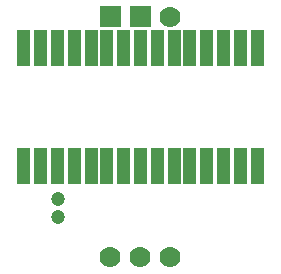
<source format=gts>
G04 Layer: TopSolderMaskLayer*
G04 EasyEDA v6.3.53, 2020-07-19T22:27:28+02:00*
G04 3120cfb910ab4567be944433c0d318a6,a54f91b67bf74260adec70c9c35cfc8e,10*
G04 Gerber Generator version 0.2*
G04 Scale: 100 percent, Rotated: No, Reflected: No *
G04 Dimensions in millimeters *
G04 leading zeros omitted , absolute positions ,3 integer and 3 decimal *
%FSLAX33Y33*%
%MOMM*%
G90*
G71D02*

%ADD26C,1.778000*%
%ADD28C,1.203198*%

%LPD*%
G36*
G01X6920Y20701D02*
G01X6920Y22479D01*
G01X8698Y22479D01*
G01X8698Y20701D01*
G01X6920Y20701D01*
G37*
G36*
G01X9460Y20701D02*
G01X9460Y22479D01*
G01X11238Y22479D01*
G01X11238Y20701D01*
G01X9460Y20701D01*
G37*
G54D26*
G01X12889Y21589D03*
G01X7809Y1269D03*
G01X10349Y1269D03*
G01X12889Y1269D03*
G36*
G01X13918Y7467D02*
G01X13918Y10472D01*
G01X15021Y10472D01*
G01X15021Y7467D01*
G01X13918Y7467D01*
G37*
G36*
G01X15358Y7467D02*
G01X15358Y10472D01*
G01X16461Y10472D01*
G01X16461Y7467D01*
G01X15358Y7467D01*
G37*
G36*
G01X16799Y7467D02*
G01X16799Y10472D01*
G01X17901Y10472D01*
G01X17901Y7467D01*
G01X16799Y7467D01*
G37*
G36*
G01X18239Y7467D02*
G01X18239Y10472D01*
G01X19341Y10472D01*
G01X19341Y7467D01*
G01X18239Y7467D01*
G37*
G36*
G01X19679Y7467D02*
G01X19679Y10472D01*
G01X20781Y10472D01*
G01X20781Y7467D01*
G01X19679Y7467D01*
G37*
G36*
G01X19679Y17467D02*
G01X19679Y20472D01*
G01X20781Y20472D01*
G01X20781Y17467D01*
G01X19679Y17467D01*
G37*
G36*
G01X18239Y17467D02*
G01X18239Y20472D01*
G01X19341Y20472D01*
G01X19341Y17467D01*
G01X18239Y17467D01*
G37*
G36*
G01X16799Y17467D02*
G01X16799Y20472D01*
G01X17901Y20472D01*
G01X17901Y17467D01*
G01X16799Y17467D01*
G37*
G36*
G01X15358Y17467D02*
G01X15358Y20472D01*
G01X16461Y20472D01*
G01X16461Y17467D01*
G01X15358Y17467D01*
G37*
G36*
G01X13918Y17467D02*
G01X13918Y20472D01*
G01X15021Y20472D01*
G01X15021Y17467D01*
G01X13918Y17467D01*
G37*
G36*
G01X-81Y7467D02*
G01X-81Y10472D01*
G01X1020Y10472D01*
G01X1020Y7467D01*
G01X-81Y7467D01*
G37*
G36*
G01X1358Y7467D02*
G01X1358Y10472D01*
G01X2460Y10472D01*
G01X2460Y7467D01*
G01X1358Y7467D01*
G37*
G36*
G01X2798Y7467D02*
G01X2798Y10472D01*
G01X3900Y10472D01*
G01X3900Y7467D01*
G01X2798Y7467D01*
G37*
G36*
G01X4238Y7467D02*
G01X4238Y10472D01*
G01X5341Y10472D01*
G01X5341Y7467D01*
G01X4238Y7467D01*
G37*
G36*
G01X5678Y7467D02*
G01X5678Y10472D01*
G01X6781Y10472D01*
G01X6781Y7467D01*
G01X5678Y7467D01*
G37*
G36*
G01X5678Y17467D02*
G01X5678Y20472D01*
G01X6781Y20472D01*
G01X6781Y17467D01*
G01X5678Y17467D01*
G37*
G36*
G01X4238Y17467D02*
G01X4238Y20472D01*
G01X5341Y20472D01*
G01X5341Y17467D01*
G01X4238Y17467D01*
G37*
G36*
G01X2798Y17467D02*
G01X2798Y20472D01*
G01X3900Y20472D01*
G01X3900Y17467D01*
G01X2798Y17467D01*
G37*
G36*
G01X1358Y17467D02*
G01X1358Y20472D01*
G01X2460Y20472D01*
G01X2460Y17467D01*
G01X1358Y17467D01*
G37*
G36*
G01X-81Y17467D02*
G01X-81Y20472D01*
G01X1020Y20472D01*
G01X1020Y17467D01*
G01X-81Y17467D01*
G37*
G54D28*
G01X3353Y4637D03*
G01X3353Y6138D03*
G36*
G01X6918Y7467D02*
G01X6918Y10472D01*
G01X8020Y10472D01*
G01X8020Y7467D01*
G01X6918Y7467D01*
G37*
G36*
G01X8358Y7467D02*
G01X8358Y10472D01*
G01X9460Y10472D01*
G01X9460Y7467D01*
G01X8358Y7467D01*
G37*
G36*
G01X9798Y7467D02*
G01X9798Y10472D01*
G01X10901Y10472D01*
G01X10901Y7467D01*
G01X9798Y7467D01*
G37*
G36*
G01X11238Y7467D02*
G01X11238Y10472D01*
G01X12341Y10472D01*
G01X12341Y7467D01*
G01X11238Y7467D01*
G37*
G36*
G01X12679Y7467D02*
G01X12679Y10472D01*
G01X13781Y10472D01*
G01X13781Y7467D01*
G01X12679Y7467D01*
G37*
G36*
G01X12679Y17467D02*
G01X12679Y20472D01*
G01X13781Y20472D01*
G01X13781Y17467D01*
G01X12679Y17467D01*
G37*
G36*
G01X11238Y17467D02*
G01X11238Y20472D01*
G01X12341Y20472D01*
G01X12341Y17467D01*
G01X11238Y17467D01*
G37*
G36*
G01X9798Y17467D02*
G01X9798Y20472D01*
G01X10901Y20472D01*
G01X10901Y17467D01*
G01X9798Y17467D01*
G37*
G36*
G01X8358Y17467D02*
G01X8358Y20472D01*
G01X9460Y20472D01*
G01X9460Y17467D01*
G01X8358Y17467D01*
G37*
G36*
G01X6918Y17467D02*
G01X6918Y20472D01*
G01X8020Y20472D01*
G01X8020Y17467D01*
G01X6918Y17467D01*
G37*
M00*
M02*

</source>
